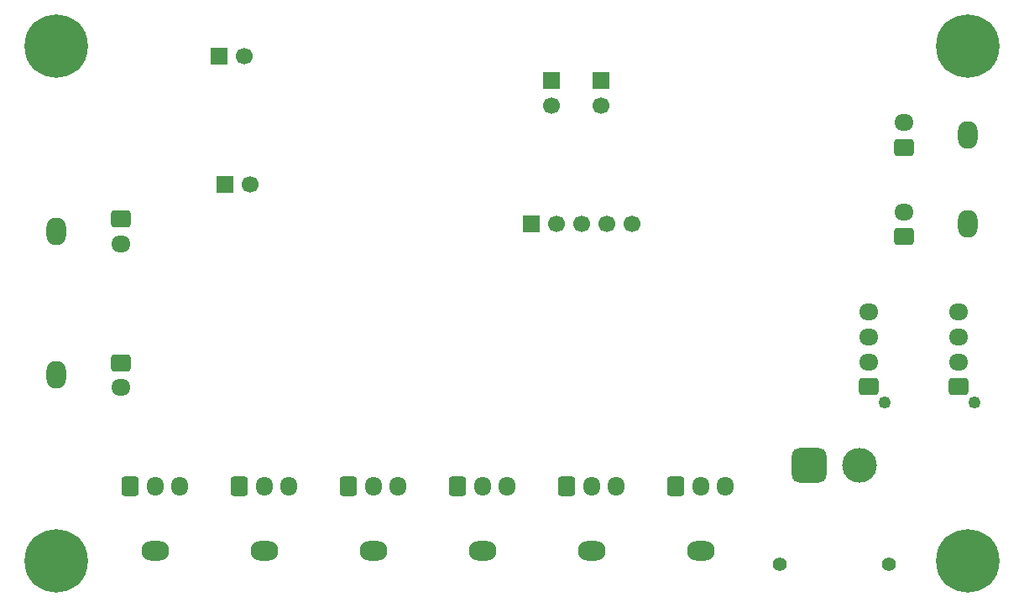
<source format=gbr>
%TF.GenerationSoftware,KiCad,Pcbnew,9.0.1*%
%TF.CreationDate,2025-05-30T13:55:45+09:00*%
%TF.ProjectId,ALTAIR_SERVO_MODULE_V6,414c5441-4952-45f5-9345-52564f5f4d4f,rev?*%
%TF.SameCoordinates,Original*%
%TF.FileFunction,Soldermask,Bot*%
%TF.FilePolarity,Negative*%
%FSLAX46Y46*%
G04 Gerber Fmt 4.6, Leading zero omitted, Abs format (unit mm)*
G04 Created by KiCad (PCBNEW 9.0.1) date 2025-05-30 13:55:45*
%MOMM*%
%LPD*%
G01*
G04 APERTURE LIST*
G04 Aperture macros list*
%AMRoundRect*
0 Rectangle with rounded corners*
0 $1 Rounding radius*
0 $2 $3 $4 $5 $6 $7 $8 $9 X,Y pos of 4 corners*
0 Add a 4 corners polygon primitive as box body*
4,1,4,$2,$3,$4,$5,$6,$7,$8,$9,$2,$3,0*
0 Add four circle primitives for the rounded corners*
1,1,$1+$1,$2,$3*
1,1,$1+$1,$4,$5*
1,1,$1+$1,$6,$7*
1,1,$1+$1,$8,$9*
0 Add four rect primitives between the rounded corners*
20,1,$1+$1,$2,$3,$4,$5,0*
20,1,$1+$1,$4,$5,$6,$7,0*
20,1,$1+$1,$6,$7,$8,$9,0*
20,1,$1+$1,$8,$9,$2,$3,0*%
G04 Aperture macros list end*
%ADD10O,2.800000X2.000000*%
%ADD11RoundRect,0.250000X-0.600000X-0.725000X0.600000X-0.725000X0.600000X0.725000X-0.600000X0.725000X0*%
%ADD12O,1.700000X1.950000*%
%ADD13R,1.700000X1.700000*%
%ADD14C,1.700000*%
%ADD15O,2.000000X2.800000*%
%ADD16RoundRect,0.250000X0.725000X-0.600000X0.725000X0.600000X-0.725000X0.600000X-0.725000X-0.600000X0*%
%ADD17O,1.950000X1.700000*%
%ADD18C,0.800000*%
%ADD19C,6.400000*%
%ADD20C,1.250000*%
%ADD21C,1.400000*%
%ADD22RoundRect,0.770000X0.980000X0.980000X-0.980000X0.980000X-0.980000X-0.980000X0.980000X-0.980000X0*%
%ADD23C,3.500000*%
%ADD24RoundRect,0.250000X-0.725000X0.600000X-0.725000X-0.600000X0.725000X-0.600000X0.725000X0.600000X0*%
G04 APERTURE END LIST*
D10*
%TO.C,M1*%
X84000000Y-95000000D03*
D11*
X81500000Y-88500000D03*
D12*
X84000000Y-88500000D03*
X86500000Y-88500000D03*
%TD*%
D13*
%TO.C,J2*%
X129000000Y-47460000D03*
D14*
X129000000Y-50000000D03*
%TD*%
D15*
%TO.C,J6*%
X166000000Y-53000000D03*
D16*
X159500000Y-54250000D03*
D17*
X159500000Y-51750000D03*
%TD*%
D18*
%TO.C,H2*%
X71600000Y-44000000D03*
X72302944Y-42302944D03*
X72302944Y-45697056D03*
X74000000Y-41600000D03*
D19*
X74000000Y-44000000D03*
D18*
X74000000Y-46400000D03*
X75697056Y-42302944D03*
X75697056Y-45697056D03*
X76400000Y-44000000D03*
%TD*%
D20*
%TO.C,J15*%
X166600000Y-80000000D03*
D16*
X165000000Y-78400000D03*
D17*
X165000000Y-75900000D03*
X165000000Y-73400000D03*
X165000000Y-70900000D03*
%TD*%
D10*
%TO.C,M5*%
X128000000Y-95000000D03*
D11*
X125500000Y-88500000D03*
D12*
X128000000Y-88500000D03*
X130500000Y-88500000D03*
%TD*%
D13*
%TO.C,J4*%
X90460000Y-45000000D03*
D14*
X93000000Y-45000000D03*
%TD*%
D21*
%TO.C,J8*%
X158000000Y-96325000D03*
X147000000Y-96325000D03*
D22*
X150000000Y-86325000D03*
D23*
X155000000Y-86325000D03*
%TD*%
D10*
%TO.C,M2*%
X95000000Y-95000000D03*
D11*
X92500000Y-88500000D03*
D12*
X95000000Y-88500000D03*
X97500000Y-88500000D03*
%TD*%
D20*
%TO.C,J16*%
X157600000Y-80000000D03*
D16*
X156000000Y-78400000D03*
D17*
X156000000Y-75900000D03*
X156000000Y-73400000D03*
X156000000Y-70900000D03*
%TD*%
D13*
%TO.C,J1*%
X124000000Y-47460000D03*
D14*
X124000000Y-50000000D03*
%TD*%
D18*
%TO.C,H1*%
X71600000Y-96000000D03*
X72302944Y-94302944D03*
X72302944Y-97697056D03*
X74000000Y-93600000D03*
D19*
X74000000Y-96000000D03*
D18*
X74000000Y-98400000D03*
X75697056Y-94302944D03*
X75697056Y-97697056D03*
X76400000Y-96000000D03*
%TD*%
D13*
%TO.C,J5*%
X91000000Y-58000000D03*
D14*
X93540000Y-58000000D03*
%TD*%
D10*
%TO.C,M4*%
X117000000Y-95000000D03*
D11*
X114500000Y-88500000D03*
D12*
X117000000Y-88500000D03*
X119500000Y-88500000D03*
%TD*%
D18*
%TO.C,H4*%
X163600000Y-96000000D03*
X164302944Y-94302944D03*
X164302944Y-97697056D03*
X166000000Y-93600000D03*
D19*
X166000000Y-96000000D03*
D18*
X166000000Y-98400000D03*
X167697056Y-94302944D03*
X167697056Y-97697056D03*
X168400000Y-96000000D03*
%TD*%
D15*
%TO.C,J14*%
X74000000Y-77250000D03*
D24*
X80500000Y-76000000D03*
D17*
X80500000Y-78500000D03*
%TD*%
D10*
%TO.C,M3*%
X106000000Y-95000000D03*
D11*
X103500000Y-88500000D03*
D12*
X106000000Y-88500000D03*
X108500000Y-88500000D03*
%TD*%
D13*
%TO.C,J3*%
X121920000Y-62000000D03*
D14*
X124460000Y-62000000D03*
X127000000Y-62000000D03*
X129540000Y-62000000D03*
X132080000Y-62000000D03*
%TD*%
D15*
%TO.C,J13*%
X74000000Y-62750000D03*
D24*
X80500000Y-61500000D03*
D17*
X80500000Y-64000000D03*
%TD*%
D10*
%TO.C,M6*%
X139000000Y-95000000D03*
D11*
X136500000Y-88500000D03*
D12*
X139000000Y-88500000D03*
X141500000Y-88500000D03*
%TD*%
D15*
%TO.C,J7*%
X166000000Y-62000000D03*
D16*
X159500000Y-63250000D03*
D17*
X159500000Y-60750000D03*
%TD*%
D18*
%TO.C,H3*%
X163600000Y-44000000D03*
X164302944Y-42302944D03*
X164302944Y-45697056D03*
X166000000Y-41600000D03*
D19*
X166000000Y-44000000D03*
D18*
X166000000Y-46400000D03*
X167697056Y-42302944D03*
X167697056Y-45697056D03*
X168400000Y-44000000D03*
%TD*%
M02*

</source>
